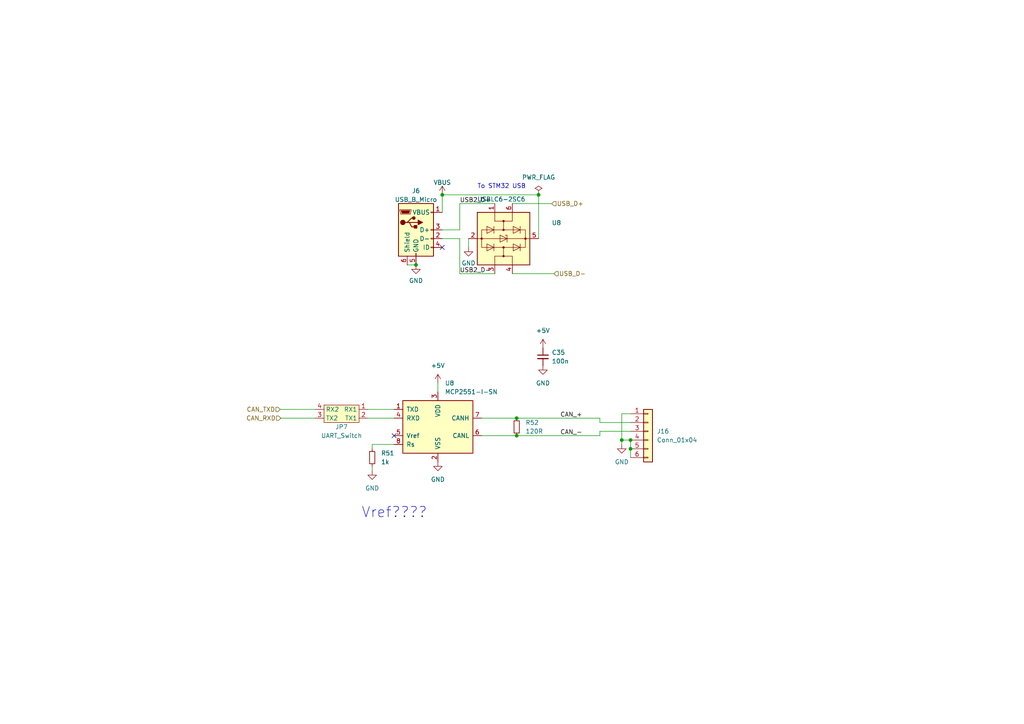
<source format=kicad_sch>
(kicad_sch (version 20230121) (generator eeschema)
  (paper "A4")
  (lib_symbols
    (symbol "Connector_Generic:Conn_01x06" (pin_names (offset 1.016) hide)
      (property "Reference" "J" (at 0 7.62 0))
      (property "Value" "Conn_01x06" (at 0 -10.16 0))
      (symbol "Conn_01x06_1_1"
        (rectangle (start -1.27 -7.493) (end 0 -7.747) (stroke (width 0.1524)))
        (rectangle (start -1.27 -4.953) (end 0 -5.207) (stroke (width 0.1524)))
        (rectangle (start -1.27 -2.413) (end 0 -2.667) (stroke (width 0.1524)))
        (rectangle (start -1.27 0.127) (end 0 -0.127) (stroke (width 0.1524)))
        (rectangle (start -1.27 2.667) (end 0 2.413) (stroke (width 0.1524)))
        (rectangle (start -1.27 5.207) (end 0 4.953) (stroke (width 0.1524)))
        (rectangle (start -1.27 6.35) (end 1.27 -8.89) (stroke (width 0.254)) (fill (type background)))
        (pin passive line (at -5.08 5.08 0) (length 3.81) (name "Pin_1") (number "1"))
        (pin passive line (at -5.08 2.54 0) (length 3.81) (name "Pin_2") (number "2"))
        (pin passive line (at -5.08 0 0) (length 3.81) (name "Pin_3") (number "3"))
        (pin passive line (at -5.08 -2.54 0) (length 3.81) (name "Pin_4") (number "4"))
        (pin passive line (at -5.08 -5.08 0) (length 3.81) (name "Pin_5") (number "5"))
        (pin passive line (at -5.08 -7.62 0) (length 3.81) (name "Pin_6") (number "6"))
      )
    )
    (symbol "Device:C_Small" (pin_numbers hide) (pin_names (offset 0.254) hide)
      (property "Reference" "C" (at 0.254 1.778 0))
      (property "Value" "C_Small" (at 0.254 -2.032 0))
      (symbol "C_Small_0_1"
        (polyline (pts (xy -1.524 -0.508) (xy 1.524 -0.508)) (stroke (width 0.3302)))
        (polyline (pts (xy -1.524 0.508) (xy 1.524 0.508)) (stroke (width 0.3048)))
      )
      (symbol "C_Small_1_1"
        (pin passive line (at 0 2.54 270) (length 2.032) (name "~") (number "1"))
        (pin passive line (at 0 -2.54 90) (length 2.032) (name "~") (number "2"))
      )
    )
    (symbol "Device:R_Small" (pin_numbers hide) (pin_names (offset 0.254) hide)
      (property "Reference" "R" (at 0.762 0.508 0))
      (property "Value" "R_Small" (at 0.762 -1.016 0))
      (symbol "R_Small_0_1"
        (rectangle (start -0.762 1.778) (end 0.762 -1.778) (stroke (width 0.2032)))
      )
      (symbol "R_Small_1_1"
        (pin passive line (at 0 2.54 270) (length 0.762) (name "~") (number "1"))
        (pin passive line (at 0 -2.54 90) (length 0.762) (name "~") (number "2"))
      )
    )
    (symbol "Interface_CAN_LIN:MCP2551-I-SN" (pin_names (offset 1.016))
      (property "Reference" "U" (at -10.16 8.89 0))
      (property "Value" "MCP2551-I-SN" (at 2.54 8.89 0))
      (symbol "MCP2551-I-SN_0_1"
        (rectangle (start -10.16 7.62) (end 10.16 -7.62) (stroke (width 0.254)) (fill (type background)))
      )
      (symbol "MCP2551-I-SN_1_1"
        (pin input line (at -12.7 5.08 0) (length 2.54) (name "TXD") (number "1"))
        (pin power_in line (at 0 -10.16 90) (length 2.54) (name "VSS") (number "2"))
        (pin power_in line (at 0 10.16 270) (length 2.54) (name "VDD") (number "3"))
        (pin output line (at -12.7 2.54 0) (length 2.54) (name "RXD") (number "4"))
        (pin power_out line (at -12.7 -2.54 0) (length 2.54) (name "Vref") (number "5"))
        (pin bidirectional line (at 12.7 -2.54 180) (length 2.54) (name "CANL") (number "6"))
        (pin bidirectional line (at 12.7 2.54 180) (length 2.54) (name "CANH") (number "7"))
        (pin input line (at -12.7 -5.08 0) (length 2.54) (name "Rs") (number "8"))
      )
    )
    (symbol "Power_Protection:USBLC6-2SC6" (pin_names hide)
      (property "Reference" "U" (at 2.54 8.89 0))
      (property "Value" "USBLC6-2SC6" (at 2.54 -8.89 0))
      (symbol "USBLC6-2SC6_0_1"
        (rectangle (start -7.62 -7.62) (end 7.62 7.62) (stroke (width 0.254)) (fill (type background)))
        (circle (center -5.08 0) (radius 0.254) (fill (type outline)))
        (circle (center -2.54 0) (radius 0.254) (fill (type outline)))
        (rectangle (start -2.54 6.35) (end 2.54 -6.35))
        (circle (center 0 -6.35) (radius 0.254) (fill (type outline)))
        (polyline (pts (xy -5.08 -2.54) (xy -7.62 -2.54)))
        (polyline (pts (xy -5.08 0) (xy -5.08 -2.54)))
        (polyline (pts (xy -5.08 2.54) (xy -7.62 2.54)))
        (polyline (pts (xy -1.524 -2.794) (xy -3.556 -2.794)))
        (polyline (pts (xy -1.524 4.826) (xy -3.556 4.826)))
        (polyline (pts (xy 0 -7.62) (xy 0 -6.35)))
        (polyline (pts (xy 0 -6.35) (xy 0 1.27)))
        (polyline (pts (xy 0 1.27) (xy 0 6.35)))
        (polyline (pts (xy 0 6.35) (xy 0 7.62)))
        (polyline (pts (xy 1.524 -2.794) (xy 3.556 -2.794)))
        (polyline (pts (xy 1.524 4.826) (xy 3.556 4.826)))
        (polyline (pts (xy 5.08 -2.54) (xy 7.62 -2.54)))
        (polyline (pts (xy 5.08 0) (xy 5.08 -2.54)))
        (polyline (pts (xy 5.08 2.54) (xy 7.62 2.54)))
        (polyline (pts (xy -2.54 0) (xy -5.08 0) (xy -5.08 2.54)))
        (polyline (pts (xy 2.54 0) (xy 5.08 0) (xy 5.08 2.54)))
        (polyline (pts (xy -3.556 -4.826) (xy -1.524 -4.826) (xy -2.54 -2.794) (xy -3.556 -4.826)))
        (polyline (pts (xy -3.556 2.794) (xy -1.524 2.794) (xy -2.54 4.826) (xy -3.556 2.794)))
        (polyline (pts (xy -1.016 -1.016) (xy 1.016 -1.016) (xy 0 1.016) (xy -1.016 -1.016)))
        (polyline (pts (xy 1.016 1.016) (xy 0.762 1.016) (xy -1.016 1.016) (xy -1.016 0.508)))
        (polyline (pts (xy 3.556 -4.826) (xy 1.524 -4.826) (xy 2.54 -2.794) (xy 3.556 -4.826)))
        (polyline (pts (xy 3.556 2.794) (xy 1.524 2.794) (xy 2.54 4.826) (xy 3.556 2.794)))
        (circle (center 0 6.35) (radius 0.254) (fill (type outline)))
        (circle (center 2.54 0) (radius 0.254) (fill (type outline)))
        (circle (center 5.08 0) (radius 0.254) (fill (type outline)))
      )
      (symbol "USBLC6-2SC6_1_1"
        (pin passive line (at -10.16 -2.54 0) (length 2.54) (name "I/O1") (number "1"))
        (pin passive line (at 0 -10.16 90) (length 2.54) (name "GND") (number "2"))
        (pin passive line (at 10.16 -2.54 180) (length 2.54) (name "I/O2") (number "3"))
        (pin passive line (at 10.16 2.54 180) (length 2.54) (name "I/O2") (number "4"))
        (pin passive line (at 0 10.16 270) (length 2.54) (name "VBUS") (number "5"))
        (pin passive line (at -10.16 2.54 0) (length 2.54) (name "I/O1") (number "6"))
      )
    )
    (symbol "UART_Switch:UART_Switch"
      (property "Reference" "JP" (at 0 5.08 0))
      (property "Value" "UART_Switch" (at 0 7.62 0))
      (symbol "UART_Switch_0_1"
        (rectangle (start -5.08 3.81) (end 5.08 -1.27) (fill (type background)))
      )
      (symbol "UART_Switch_1_1"
        (pin bidirectional line (at -7.62 2.54 0) (length 2.54) (name "RX1") (number "1"))
        (pin bidirectional line (at -7.62 0 0) (length 2.54) (name "TX1") (number "2"))
        (pin bidirectional line (at 7.62 0 180) (length 2.54) (name "TX2") (number "3"))
        (pin bidirectional line (at 7.62 2.54 180) (length 2.54) (name "RX2") (number "4"))
      )
    )
    (symbol "USB_B_Micro_1" (pin_names (offset 1.016))
      (property "Reference" "J6" (at 0 11.3198 0))
      (property "Value" "USB_B_Micro_1" (at 0 8.7829 0))
      (symbol "USB_B_Micro_1_0_1"
        (rectangle (start -5.08 -7.62) (end 5.08 7.62) (stroke (width 0.254)) (fill (type background)))
        (circle (center -3.81 2.159) (radius 0.635) (stroke (width 0.254)) (fill (type outline)))
        (circle (center -0.635 3.429) (radius 0.381) (stroke (width 0.254)) (fill (type outline)))
        (rectangle (start -0.127 -7.62) (end 0.127 -6.858))
        (polyline (pts (xy -1.905 2.159) (xy 0.635 2.159)) (stroke (width 0.254)))
        (polyline (pts (xy -3.175 2.159) (xy -2.54 2.159) (xy -1.27 3.429) (xy -0.635 3.429)) (stroke (width 0.254)))
        (polyline (pts (xy -2.54 2.159) (xy -1.905 2.159) (xy -1.27 0.889) (xy 0 0.889)) (stroke (width 0.254)))
        (polyline (pts (xy 0.635 2.794) (xy 0.635 1.524) (xy 1.905 2.159) (xy 0.635 2.794)) (stroke (width 0.254)) (fill (type outline)))
        (polyline (pts (xy -4.318 5.588) (xy -1.778 5.588) (xy -2.032 4.826) (xy -4.064 4.826) (xy -4.318 5.588)) (fill (type outline)))
        (polyline (pts (xy -4.699 5.842) (xy -4.699 5.588) (xy -4.445 4.826) (xy -4.445 4.572) (xy -1.651 4.572) (xy -1.651 4.826) (xy -1.397 5.588) (xy -1.397 5.842) (xy -4.699 5.842)))
        (rectangle (start 0.254 1.27) (end -0.508 0.508) (stroke (width 0.254)) (fill (type outline)))
        (rectangle (start 5.08 -5.207) (end 4.318 -4.953))
        (rectangle (start 5.08 -2.667) (end 4.318 -2.413))
        (rectangle (start 5.08 -0.127) (end 4.318 0.127))
        (rectangle (start 5.08 4.953) (end 4.318 5.207))
      )
      (symbol "USB_B_Micro_1_1_1"
        (pin passive line (at 7.62 5.08 180) (length 2.54) (name "VBUS") (number "1"))
        (pin bidirectional line (at 7.62 -2.54 180) (length 2.54) (name "D-") (number "2"))
        (pin bidirectional line (at 7.62 0 180) (length 2.54) (name "D+") (number "3"))
        (pin passive line (at 7.62 -5.08 180) (length 2.54) (name "ID") (number "4"))
        (pin power_out line (at 0 -10.16 90) (length 2.54) (name "GND") (number "5"))
        (pin passive line (at -2.54 -10.16 90) (length 2.54) (name "Shield") (number "6"))
      )
    )
    (symbol "power:+5V" (power) (pin_names (offset 0))
      (property "Value" "+5V" (at 0 3.556 0))
      (symbol "+5V_0_1"
        (polyline (pts (xy -0.762 1.27) (xy 0 2.54)))
        (polyline (pts (xy 0 0) (xy 0 2.54)))
        (polyline (pts (xy 0 2.54) (xy 0.762 1.27)))
      )
      (symbol "+5V_1_1"
        (pin power_in line (at 0 0 90) (length 0) hide (name "+5V") (number "1"))
      )
    )
    (symbol "power:GND" (power) (pin_names (offset 0))
      (property "Value" "GND" (at 0 -3.81 0))
      (symbol "GND_0_1"
        (polyline (pts (xy 0 0) (xy 0 -1.27) (xy 1.27 -1.27) (xy 0 -2.54) (xy -1.27 -1.27) (xy 0 -1.27)))
      )
      (symbol "GND_1_1"
        (pin power_in line (at 0 0 270) (length 0) hide (name "GND") (number "1"))
      )
    )
    (symbol "power:PWR_FLAG" (power) (pin_numbers hide) (pin_names (offset 0) hide)
      (property "Value" "PWR_FLAG" (at 0 3.81 0))
      (symbol "PWR_FLAG_0_0"
        (pin power_out line (at 0 0 90) (length 0) (name "pwr") (number "1"))
      )
      (symbol "PWR_FLAG_0_1"
        (polyline (pts (xy 0 0) (xy 0 1.27) (xy -1.016 1.905) (xy 0 2.54) (xy 1.016 1.905) (xy 0 1.27)))
      )
    )
    (symbol "power:VBUS" (power) (pin_names (offset 0))
      (property "Value" "VBUS" (at 0 3.81 0))
      (symbol "VBUS_0_1"
        (polyline (pts (xy -0.762 1.27) (xy 0 2.54)))
        (polyline (pts (xy 0 0) (xy 0 2.54)))
        (polyline (pts (xy 0 2.54) (xy 0.762 1.27)))
      )
      (symbol "VBUS_1_1"
        (pin power_in line (at 0 0 90) (length 0) hide (name "VBUS") (number "1"))
      )
    )
  )
  (junction (at 180.34 127.635))
  (junction (at 182.88 130.175))
  (junction (at 182.88 127.635))
  (junction (at 156.21 56.515))
  (junction (at 149.86 126.365))
  (junction (at 120.65 76.835))
  (junction (at 128.27 56.515))
  (junction (at 149.86 121.285))
  (no_connect (at 114.3 126.365))
  (no_connect (at 128.27 71.755))
  (wire (pts (xy 128.27 56.515) (xy 156.21 56.515)))
  (wire (pts (xy 180.34 120.015) (xy 182.88 120.015)))
  (wire (pts (xy 149.86 126.365) (xy 173.99 126.365)))
  (wire (pts (xy 128.27 56.515) (xy 128.27 61.595)))
  (wire (pts (xy 133.35 59.055) (xy 143.51 59.055)))
  (wire (pts (xy 148.59 79.375) (xy 160.655 79.375)))
  (wire (pts (xy 133.35 66.675) (xy 133.35 59.055)))
  (wire (pts (xy 148.59 59.055) (xy 160.02 59.055)))
  (wire (pts (xy 107.95 128.905) (xy 114.3 128.905)))
  (wire (pts (xy 133.35 79.375) (xy 143.51 79.375)))
  (wire (pts (xy 182.88 127.635) (xy 182.88 130.175)))
  (wire (pts (xy 180.34 127.635) (xy 180.34 120.015)))
  (wire (pts (xy 173.99 121.285) (xy 173.99 122.555)))
  (wire (pts (xy 135.89 69.215) (xy 135.89 71.755)))
  (wire (pts (xy 173.99 122.555) (xy 182.88 122.555)))
  (wire (pts (xy 139.7 121.285) (xy 149.86 121.285)))
  (wire (pts (xy 149.86 121.285) (xy 173.99 121.285)))
  (wire (pts (xy 156.21 56.515) (xy 156.21 69.215)))
  (wire (pts (xy 139.7 126.365) (xy 149.86 126.365)))
  (wire (pts (xy 81.28 121.285) (xy 91.44 121.285)))
  (wire (pts (xy 107.95 130.175) (xy 107.95 128.905)))
  (wire (pts (xy 128.27 69.215) (xy 133.35 69.215)))
  (wire (pts (xy 180.34 128.905) (xy 180.34 127.635)))
  (wire (pts (xy 173.99 125.095) (xy 182.88 125.095)))
  (wire (pts (xy 127 111.125) (xy 127 113.665)))
  (wire (pts (xy 81.28 118.745) (xy 91.44 118.745)))
  (wire (pts (xy 128.27 66.675) (xy 133.35 66.675)))
  (wire (pts (xy 106.68 118.745) (xy 114.3 118.745)))
  (wire (pts (xy 180.34 127.635) (xy 182.88 127.635)))
  (wire (pts (xy 173.99 126.365) (xy 173.99 125.095)))
  (wire (pts (xy 107.95 135.255) (xy 107.95 136.525)))
  (wire (pts (xy 133.35 69.215) (xy 133.35 79.375)))
  (wire (pts (xy 118.11 76.835) (xy 120.65 76.835)))
  (wire (pts (xy 106.68 121.285) (xy 114.3 121.285)))
  (wire (pts (xy 182.88 130.175) (xy 182.88 132.715)))
  (text "Vref????" (at 104.775 150.495 0) (effects (font (size 3 3)) (justify left bottom)))
  (text "To STM32 USB" (at 138.43 54.864 0) (effects (font (size 1.27 1.27)) (justify left bottom)))
  (label "USB2_D-" (at 133.35 79.375 0))
  (label "USB2_D+" (at 133.35 59.055 0))
  (label "CAN_-" (at 168.91 126.365 180))
  (label "CAN_+" (at 168.91 121.285 180))
  (hierarchical_label "CAN_RXD" (shape input) (at 81.4569 121.285 180))
  (hierarchical_label "CAN_TXD" (shape input) (at 81.28 118.745 180))
  (hierarchical_label "USB_D-" (shape input) (at 160.655 79.375 0))
  (hierarchical_label "USB_D+" (shape input) (at 160.02 59.055 0))
  (symbol (lib_id "Interface_CAN_LIN:MCP2551-I-SN") (at 127 123.825 0) (unit 1)
    (property "Reference" "U8" (at 129.0194 111.125 0) (effects (justify left)))
    (property "Value" "MCP2551-I-SN" (at 129.0194 113.665 0) (effects (justify left)))
    (property "Footprint" "Package_SO:SOIC-8_3.9x4.9mm_P1.27mm" (effects hide))
    (property "Datasheet" "http://ww1.microchip.com/downloads/en/devicedoc/21667d.pdf" (effects hide))
    (property "LCSC" "C7376" (effects hide))
    (instances (project "Strelka_Power_Board" (path "" (reference "U8") (unit 1))) (project "Strelka_Flight_Computer" (path "" (reference "U5") (unit 1))))
  )
  (symbol (lib_id "power:PWR_FLAG") (at 156.21 56.515 0) (unit 1)
    (property "Reference" "#FLG0109" (effects hide))
    (property "Value" "PWR_FLAG" (at 156.21 51.435 0))
  )
  (symbol (lib_id "power:+5V") (at 157.48 100.965 0) (unit 1)
    (property "Reference" "#PWR0202" (effects hide))
    (property "Value" "+5V" (at 157.48 95.885 0))
    (instances (project "Strelka_Power_Board" (path "" (reference "#PWR0202") (unit 1))) (project "Strelka_Flight_Computer" (path "" (reference "#PWR038") (unit 1))))
  )
  (symbol (lib_id "Device:C_Small") (at 157.48 103.505 0) (unit 1)
    (property "Reference" "C35" (at 160.02 102.2412 0) (effects (justify left)))
    (property "Value" "100n" (at 160.02 104.7812 0) (effects (justify left)))
    (property "Footprint" "Capacitor_SMD:C_0402_1005Metric" (effects hide))
    (instances (project "Strelka_Power_Board" (path "" (reference "C35") (unit 1))) (project "Strelka_Flight_Computer" (path "" (reference "C1") (unit 1))))
  )
  (symbol (lib_id "power:GND") (at 135.89 71.755 0) (unit 1)
    (property "Reference" "#PWR0149" (effects hide))
    (property "Value" "GND" (at 135.89 76.3176 0))
  )
  (symbol (lib_id "Device:R_Small") (at 149.86 123.825 0) (unit 1)
    (property "Reference" "R52" (at 152.4 122.5549 0) (effects (justify left)))
    (property "Value" "120R" (at 152.4 125.0949 0) (effects (justify left)))
    (property "Footprint" "Resistor_SMD:R_0402_1005Metric" (effects hide))
    (instances (project "Strelka_Power_Board" (path "" (reference "R52") (unit 1))) (project "Strelka_Flight_Computer" (path "" (reference "R13") (unit 1))))
  )
  (symbol (lib_id "power:+5V") (at 127 111.125 0) (unit 1)
    (property "Reference" "#PWR0201" (effects hide))
    (property "Value" "+5V" (at 127 106.045 0))
    (instances (project "Strelka_Power_Board" (path "" (reference "#PWR0201") (unit 1))) (project "Strelka_Flight_Computer" (path "" (reference "#PWR036") (unit 1))))
  )
  (symbol (lib_id "Power_Protection:USBLC6-2SC6") (at 146.05 69.215 270) (unit 1)
    (property "Reference" "U8" (at 161.4057 64.6261 90))
    (property "Value" "USBLC6-2SC6" (at 145.415 57.785 90))
    (property "Footprint" "Package_TO_SOT_SMD:SOT-23-6" (effects hide))
    (property "Datasheet" "https://www.st.com/resource/en/datasheet/usblc6-2.pdf" (effects hide))
    (property "LCSC#" "C2687116" (effects hide))
  )
  (symbol (lib_id "power:VBUS") (at 128.27 56.515 0) (unit 1)
    (property "Reference" "#PWR0151" (effects hide))
    (property "Value" "VBUS" (at 128.27 52.9392 0))
  )
  (symbol (lib_id "power:GND") (at 107.95 136.525 0) (unit 1)
    (property "Reference" "#PWR0199" (effects hide))
    (property "Value" "GND" (at 107.95 141.605 0))
    (instances (project "Strelka_Power_Board" (path "" (reference "#PWR0199") (unit 1))) (project "Strelka_Flight_Computer" (path "" (reference "#PWR035") (unit 1))))
  )
  (symbol (lib_id "Connector_Generic:Conn_01x06") (at 187.96 125.095 0) (unit 1)
    (property "Reference" "J16" (at 190.5 125.0949 0) (effects (justify left)))
    (property "Value" "Conn_01x04" (at 190.5 127.6349 0) (effects (justify left)))
    (property "Footprint" "Footprints:JST_SM04B-GHS-TB(LF)(SN)-" (effects hide))
    (property "LCSC" "C189895" (effects hide))
    (instances (project "Strelka_Power_Board" (path "" (reference "J16") (unit 1))) (project "Strelka_Flight_Computer" (path "" (reference "J2") (unit 1))))
  )
  (symbol (lib_name "USB_B_Micro_1") (lib_id "Connector:USB_B_Micro") (at 120.65 66.675 0) (unit 1)
    (property "Reference" "J6" (at 120.65 55.3552 0))
    (property "Value" "USB_B_Micro" (at 120.65 57.8921 0))
    (property "Footprint" "Connector_USB:USB_Micro-B_Molex-105017-0001" (effects hide))
  )
  (symbol (lib_id "power:GND") (at 120.65 76.835 0) (unit 1)
    (property "Reference" "#PWR0150" (effects hide))
    (property "Value" "GND" (at 120.65 81.3976 0))
  )
  (symbol (lib_id "power:GND") (at 180.34 128.905 0) (unit 1)
    (property "Reference" "#PWR0218" (effects hide))
    (property "Value" "GND" (at 180.34 133.985 0))
    (instances (project "Strelka_Power_Board" (path "" (reference "#PWR0218") (unit 1))) (project "Strelka_Flight_Computer" (path "" (reference "#PWR040") (unit 1))))
  )
  (symbol (lib_id "UART_Switch:UART_Switch") (at 99.06 121.285 0) (mirror y) (unit 1) (in_bom no)
    (property "Reference" "JP7" (at 99.06 123.825 0))
    (property "Value" "UART_Switch" (at 99.06 126.365 0))
    (property "Footprint" "Footprints:UART_Switch" (effects hide))
    (instances (project "Strelka_Power_Board" (path "" (reference "JP7") (unit 1))) (project "Strelka_Flight_Computer" (path "" (reference "JP4") (unit 1))))
  )
  (symbol (lib_id "power:GND") (at 127 133.985 0) (unit 1)
    (property "Reference" "#PWR0200" (effects hide))
    (property "Value" "GND" (at 127 139.065 0))
    (instances (project "Strelka_Power_Board" (path "" (reference "#PWR0200") (unit 1))) (project "Strelka_Flight_Computer" (path "" (reference "#PWR037") (unit 1))))
  )
  (symbol (lib_id "power:GND") (at 157.48 106.045 0) (unit 1)
    (property "Reference" "#PWR0203" (effects hide))
    (property "Value" "GND" (at 157.48 111.125 0))
    (instances (project "Strelka_Power_Board" (path "" (reference "#PWR0203") (unit 1))) (project "Strelka_Flight_Computer" (path "" (reference "#PWR039") (unit 1))))
  )
  (symbol (lib_id "Device:R_Small") (at 107.95 132.715 0) (unit 1)
    (property "Reference" "R51" (at 110.49 131.4449 0) (effects (justify left)))
    (property "Value" "1k" (at 110.49 133.9849 0) (effects (justify left)))
    (property "Footprint" "Resistor_SMD:R_0402_1005Metric" (effects hide))
    (instances (project "Strelka_Power_Board" (path "" (reference "R51") (unit 1))) (project "Strelka_Flight_Computer" (path "" (reference "R12") (unit 1))))
  )
)
</source>
